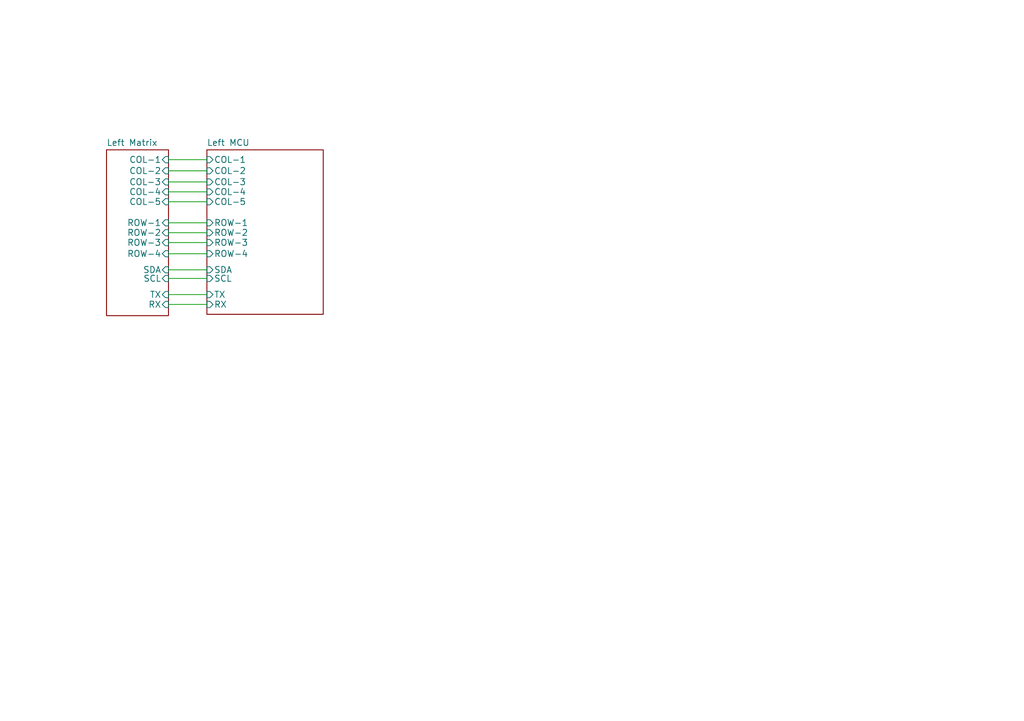
<source format=kicad_sch>
(kicad_sch (version 20230121) (generator eeschema)
  (paper "A5")
  (title_block (title "The Interface?") (date "2023-11-22") (rev "1.0-alpha"))
  (lib_symbols)
  (wire (pts (xy 34.544 55.372) (xy 42.418 55.372)))
  (wire (pts (xy 34.544 49.784) (xy 42.418 49.784)))
  (wire (pts (xy 34.544 37.338) (xy 42.418 37.338)))
  (wire (pts (xy 34.544 47.752) (xy 42.418 47.752)))
  (wire (pts (xy 34.544 39.37) (xy 42.418 39.37)))
  (wire (pts (xy 34.544 60.452) (xy 42.418 60.452)))
  (wire (pts (xy 34.544 45.72) (xy 42.418 45.72)))
  (wire (pts (xy 34.544 32.766) (xy 42.418 32.766)))
  (wire (pts (xy 34.544 41.402) (xy 42.418 41.402)))
  (wire (pts (xy 34.544 35.052) (xy 42.418 35.052)))
  (wire (pts (xy 34.544 57.15) (xy 42.418 57.15)))
  (wire (pts (xy 34.544 52.07) (xy 42.418 52.07)))
  (wire (pts (xy 34.544 62.484) (xy 42.418 62.484)))
  (sheet (at 42.418 30.734) (size 23.876 33.782) (stroke (width 0.1524))
    (property "Sheetname" "Left MCU" (at 42.418 30.0224 0) (effects (justify left bottom)))
    (property "Sheetfile" "mcu.kicad_sch" (effects hide))
    (pin "ROW-4" input (at 42.418 52.07 180))
    (pin "TX" input (at 42.418 60.452 180))
    (pin "RX" input (at 42.418 62.484 180))
    (pin "ROW-3" input (at 42.418 49.784 180))
    (pin "ROW-1" input (at 42.418 45.72 180))
    (pin "ROW-2" input (at 42.418 47.752 180))
    (pin "COL-2" input (at 42.418 35.052 180))
    (pin "COL-1" input (at 42.418 32.766 180))
    (pin "COL-5" input (at 42.418 41.402 180))
    (pin "COL-3" input (at 42.418 37.338 180))
    (pin "COL-4" input (at 42.418 39.37 180))
    (pin "SDA" input (at 42.418 55.372 180))
    (pin "SCL" input (at 42.418 57.15 180))
  )
  (sheet (at 21.844 30.734) (size 12.7 34.036) (stroke (width 0.1524))
    (property "Sheetname" "Left Matrix" (at 21.844 30.0224 0) (effects (justify left bottom)))
    (property "Sheetfile" "key-matrix.kicad_sch" (effects hide))
    (pin "ROW-2" input (at 34.544 47.752 0))
    (pin "ROW-4" input (at 34.544 52.07 0))
    (pin "ROW-3" input (at 34.544 49.784 0))
    (pin "COL-1" input (at 34.544 32.766 0))
    (pin "ROW-1" input (at 34.544 45.72 0))
    (pin "COL-2" input (at 34.544 35.052 0))
    (pin "COL-5" input (at 34.544 41.402 0))
    (pin "COL-4" input (at 34.544 39.37 0))
    (pin "COL-3" input (at 34.544 37.338 0))
    (pin "SDA" input (at 34.544 55.372 0))
    (pin "SCL" input (at 34.544 57.15 0))
    (pin "TX" input (at 34.544 60.452 0))
    (pin "RX" input (at 34.544 62.484 0))
  )
)
</source>
